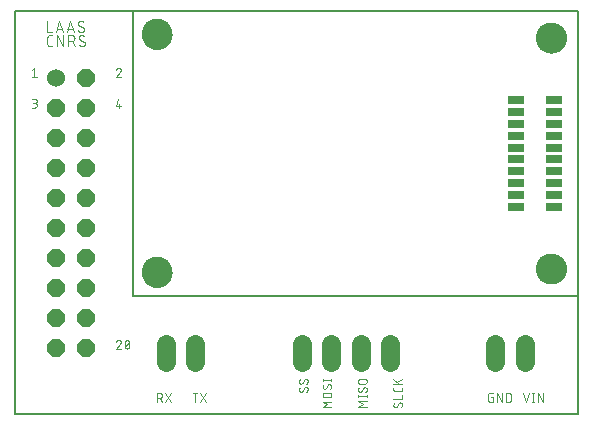
<source format=gts>
G75*
%MOIN*%
%OFA0B0*%
%FSLAX25Y25*%
%IPPOS*%
%LPD*%
%AMOC8*
5,1,8,0,0,1.08239X$1,22.5*
%
%ADD10C,0.00600*%
%ADD11C,0.00000*%
%ADD12C,0.10243*%
%ADD13C,0.00300*%
%ADD14C,0.06000*%
%ADD15OC8,0.06000*%
%ADD16R,0.05800X0.02800*%
%ADD17C,0.06400*%
D10*
X0001300Y0034623D02*
X0001300Y0168875D01*
X0189095Y0168875D01*
X0189095Y0034623D01*
X0001300Y0034623D01*
X0040670Y0073993D02*
X0040670Y0168875D01*
X0040670Y0073993D02*
X0189095Y0073993D01*
D11*
X0175119Y0083048D02*
X0175121Y0083188D01*
X0175127Y0083328D01*
X0175137Y0083467D01*
X0175151Y0083606D01*
X0175169Y0083745D01*
X0175190Y0083883D01*
X0175216Y0084021D01*
X0175246Y0084158D01*
X0175279Y0084293D01*
X0175317Y0084428D01*
X0175358Y0084562D01*
X0175403Y0084695D01*
X0175451Y0084826D01*
X0175504Y0084955D01*
X0175560Y0085084D01*
X0175619Y0085210D01*
X0175683Y0085335D01*
X0175749Y0085458D01*
X0175820Y0085579D01*
X0175893Y0085698D01*
X0175970Y0085815D01*
X0176051Y0085929D01*
X0176134Y0086041D01*
X0176221Y0086151D01*
X0176311Y0086259D01*
X0176403Y0086363D01*
X0176499Y0086465D01*
X0176598Y0086565D01*
X0176699Y0086661D01*
X0176803Y0086755D01*
X0176910Y0086845D01*
X0177019Y0086932D01*
X0177131Y0087017D01*
X0177245Y0087098D01*
X0177361Y0087176D01*
X0177479Y0087250D01*
X0177600Y0087321D01*
X0177722Y0087389D01*
X0177847Y0087453D01*
X0177973Y0087514D01*
X0178100Y0087571D01*
X0178230Y0087624D01*
X0178361Y0087674D01*
X0178493Y0087719D01*
X0178626Y0087762D01*
X0178761Y0087800D01*
X0178896Y0087834D01*
X0179033Y0087865D01*
X0179170Y0087892D01*
X0179308Y0087914D01*
X0179447Y0087933D01*
X0179586Y0087948D01*
X0179725Y0087959D01*
X0179865Y0087966D01*
X0180005Y0087969D01*
X0180145Y0087968D01*
X0180285Y0087963D01*
X0180424Y0087954D01*
X0180564Y0087941D01*
X0180703Y0087924D01*
X0180841Y0087903D01*
X0180979Y0087879D01*
X0181116Y0087850D01*
X0181252Y0087818D01*
X0181387Y0087781D01*
X0181521Y0087741D01*
X0181654Y0087697D01*
X0181785Y0087649D01*
X0181915Y0087598D01*
X0182044Y0087543D01*
X0182171Y0087484D01*
X0182296Y0087421D01*
X0182419Y0087356D01*
X0182541Y0087286D01*
X0182660Y0087213D01*
X0182778Y0087137D01*
X0182893Y0087058D01*
X0183006Y0086975D01*
X0183116Y0086889D01*
X0183224Y0086800D01*
X0183329Y0086708D01*
X0183432Y0086613D01*
X0183532Y0086515D01*
X0183629Y0086415D01*
X0183723Y0086311D01*
X0183815Y0086205D01*
X0183903Y0086097D01*
X0183988Y0085986D01*
X0184070Y0085872D01*
X0184149Y0085756D01*
X0184224Y0085639D01*
X0184296Y0085519D01*
X0184364Y0085397D01*
X0184429Y0085273D01*
X0184491Y0085147D01*
X0184549Y0085020D01*
X0184603Y0084891D01*
X0184654Y0084760D01*
X0184700Y0084628D01*
X0184743Y0084495D01*
X0184783Y0084361D01*
X0184818Y0084226D01*
X0184850Y0084089D01*
X0184877Y0083952D01*
X0184901Y0083814D01*
X0184921Y0083676D01*
X0184937Y0083537D01*
X0184949Y0083397D01*
X0184957Y0083258D01*
X0184961Y0083118D01*
X0184961Y0082978D01*
X0184957Y0082838D01*
X0184949Y0082699D01*
X0184937Y0082559D01*
X0184921Y0082420D01*
X0184901Y0082282D01*
X0184877Y0082144D01*
X0184850Y0082007D01*
X0184818Y0081870D01*
X0184783Y0081735D01*
X0184743Y0081601D01*
X0184700Y0081468D01*
X0184654Y0081336D01*
X0184603Y0081205D01*
X0184549Y0081076D01*
X0184491Y0080949D01*
X0184429Y0080823D01*
X0184364Y0080699D01*
X0184296Y0080577D01*
X0184224Y0080457D01*
X0184149Y0080340D01*
X0184070Y0080224D01*
X0183988Y0080110D01*
X0183903Y0079999D01*
X0183815Y0079891D01*
X0183723Y0079785D01*
X0183629Y0079681D01*
X0183532Y0079581D01*
X0183432Y0079483D01*
X0183329Y0079388D01*
X0183224Y0079296D01*
X0183116Y0079207D01*
X0183006Y0079121D01*
X0182893Y0079038D01*
X0182778Y0078959D01*
X0182660Y0078883D01*
X0182541Y0078810D01*
X0182419Y0078740D01*
X0182296Y0078675D01*
X0182171Y0078612D01*
X0182044Y0078553D01*
X0181915Y0078498D01*
X0181785Y0078447D01*
X0181654Y0078399D01*
X0181521Y0078355D01*
X0181387Y0078315D01*
X0181252Y0078278D01*
X0181116Y0078246D01*
X0180979Y0078217D01*
X0180841Y0078193D01*
X0180703Y0078172D01*
X0180564Y0078155D01*
X0180424Y0078142D01*
X0180285Y0078133D01*
X0180145Y0078128D01*
X0180005Y0078127D01*
X0179865Y0078130D01*
X0179725Y0078137D01*
X0179586Y0078148D01*
X0179447Y0078163D01*
X0179308Y0078182D01*
X0179170Y0078204D01*
X0179033Y0078231D01*
X0178896Y0078262D01*
X0178761Y0078296D01*
X0178626Y0078334D01*
X0178493Y0078377D01*
X0178361Y0078422D01*
X0178230Y0078472D01*
X0178100Y0078525D01*
X0177973Y0078582D01*
X0177847Y0078643D01*
X0177722Y0078707D01*
X0177600Y0078775D01*
X0177479Y0078846D01*
X0177361Y0078920D01*
X0177245Y0078998D01*
X0177131Y0079079D01*
X0177019Y0079164D01*
X0176910Y0079251D01*
X0176803Y0079341D01*
X0176699Y0079435D01*
X0176598Y0079531D01*
X0176499Y0079631D01*
X0176403Y0079733D01*
X0176311Y0079837D01*
X0176221Y0079945D01*
X0176134Y0080055D01*
X0176051Y0080167D01*
X0175970Y0080281D01*
X0175893Y0080398D01*
X0175820Y0080517D01*
X0175749Y0080638D01*
X0175683Y0080761D01*
X0175619Y0080886D01*
X0175560Y0081012D01*
X0175504Y0081141D01*
X0175451Y0081270D01*
X0175403Y0081401D01*
X0175358Y0081534D01*
X0175317Y0081668D01*
X0175279Y0081803D01*
X0175246Y0081938D01*
X0175216Y0082075D01*
X0175190Y0082213D01*
X0175169Y0082351D01*
X0175151Y0082490D01*
X0175137Y0082629D01*
X0175127Y0082768D01*
X0175121Y0082908D01*
X0175119Y0083048D01*
X0175119Y0160017D02*
X0175121Y0160157D01*
X0175127Y0160297D01*
X0175137Y0160436D01*
X0175151Y0160575D01*
X0175169Y0160714D01*
X0175190Y0160852D01*
X0175216Y0160990D01*
X0175246Y0161127D01*
X0175279Y0161262D01*
X0175317Y0161397D01*
X0175358Y0161531D01*
X0175403Y0161664D01*
X0175451Y0161795D01*
X0175504Y0161924D01*
X0175560Y0162053D01*
X0175619Y0162179D01*
X0175683Y0162304D01*
X0175749Y0162427D01*
X0175820Y0162548D01*
X0175893Y0162667D01*
X0175970Y0162784D01*
X0176051Y0162898D01*
X0176134Y0163010D01*
X0176221Y0163120D01*
X0176311Y0163228D01*
X0176403Y0163332D01*
X0176499Y0163434D01*
X0176598Y0163534D01*
X0176699Y0163630D01*
X0176803Y0163724D01*
X0176910Y0163814D01*
X0177019Y0163901D01*
X0177131Y0163986D01*
X0177245Y0164067D01*
X0177361Y0164145D01*
X0177479Y0164219D01*
X0177600Y0164290D01*
X0177722Y0164358D01*
X0177847Y0164422D01*
X0177973Y0164483D01*
X0178100Y0164540D01*
X0178230Y0164593D01*
X0178361Y0164643D01*
X0178493Y0164688D01*
X0178626Y0164731D01*
X0178761Y0164769D01*
X0178896Y0164803D01*
X0179033Y0164834D01*
X0179170Y0164861D01*
X0179308Y0164883D01*
X0179447Y0164902D01*
X0179586Y0164917D01*
X0179725Y0164928D01*
X0179865Y0164935D01*
X0180005Y0164938D01*
X0180145Y0164937D01*
X0180285Y0164932D01*
X0180424Y0164923D01*
X0180564Y0164910D01*
X0180703Y0164893D01*
X0180841Y0164872D01*
X0180979Y0164848D01*
X0181116Y0164819D01*
X0181252Y0164787D01*
X0181387Y0164750D01*
X0181521Y0164710D01*
X0181654Y0164666D01*
X0181785Y0164618D01*
X0181915Y0164567D01*
X0182044Y0164512D01*
X0182171Y0164453D01*
X0182296Y0164390D01*
X0182419Y0164325D01*
X0182541Y0164255D01*
X0182660Y0164182D01*
X0182778Y0164106D01*
X0182893Y0164027D01*
X0183006Y0163944D01*
X0183116Y0163858D01*
X0183224Y0163769D01*
X0183329Y0163677D01*
X0183432Y0163582D01*
X0183532Y0163484D01*
X0183629Y0163384D01*
X0183723Y0163280D01*
X0183815Y0163174D01*
X0183903Y0163066D01*
X0183988Y0162955D01*
X0184070Y0162841D01*
X0184149Y0162725D01*
X0184224Y0162608D01*
X0184296Y0162488D01*
X0184364Y0162366D01*
X0184429Y0162242D01*
X0184491Y0162116D01*
X0184549Y0161989D01*
X0184603Y0161860D01*
X0184654Y0161729D01*
X0184700Y0161597D01*
X0184743Y0161464D01*
X0184783Y0161330D01*
X0184818Y0161195D01*
X0184850Y0161058D01*
X0184877Y0160921D01*
X0184901Y0160783D01*
X0184921Y0160645D01*
X0184937Y0160506D01*
X0184949Y0160366D01*
X0184957Y0160227D01*
X0184961Y0160087D01*
X0184961Y0159947D01*
X0184957Y0159807D01*
X0184949Y0159668D01*
X0184937Y0159528D01*
X0184921Y0159389D01*
X0184901Y0159251D01*
X0184877Y0159113D01*
X0184850Y0158976D01*
X0184818Y0158839D01*
X0184783Y0158704D01*
X0184743Y0158570D01*
X0184700Y0158437D01*
X0184654Y0158305D01*
X0184603Y0158174D01*
X0184549Y0158045D01*
X0184491Y0157918D01*
X0184429Y0157792D01*
X0184364Y0157668D01*
X0184296Y0157546D01*
X0184224Y0157426D01*
X0184149Y0157309D01*
X0184070Y0157193D01*
X0183988Y0157079D01*
X0183903Y0156968D01*
X0183815Y0156860D01*
X0183723Y0156754D01*
X0183629Y0156650D01*
X0183532Y0156550D01*
X0183432Y0156452D01*
X0183329Y0156357D01*
X0183224Y0156265D01*
X0183116Y0156176D01*
X0183006Y0156090D01*
X0182893Y0156007D01*
X0182778Y0155928D01*
X0182660Y0155852D01*
X0182541Y0155779D01*
X0182419Y0155709D01*
X0182296Y0155644D01*
X0182171Y0155581D01*
X0182044Y0155522D01*
X0181915Y0155467D01*
X0181785Y0155416D01*
X0181654Y0155368D01*
X0181521Y0155324D01*
X0181387Y0155284D01*
X0181252Y0155247D01*
X0181116Y0155215D01*
X0180979Y0155186D01*
X0180841Y0155162D01*
X0180703Y0155141D01*
X0180564Y0155124D01*
X0180424Y0155111D01*
X0180285Y0155102D01*
X0180145Y0155097D01*
X0180005Y0155096D01*
X0179865Y0155099D01*
X0179725Y0155106D01*
X0179586Y0155117D01*
X0179447Y0155132D01*
X0179308Y0155151D01*
X0179170Y0155173D01*
X0179033Y0155200D01*
X0178896Y0155231D01*
X0178761Y0155265D01*
X0178626Y0155303D01*
X0178493Y0155346D01*
X0178361Y0155391D01*
X0178230Y0155441D01*
X0178100Y0155494D01*
X0177973Y0155551D01*
X0177847Y0155612D01*
X0177722Y0155676D01*
X0177600Y0155744D01*
X0177479Y0155815D01*
X0177361Y0155889D01*
X0177245Y0155967D01*
X0177131Y0156048D01*
X0177019Y0156133D01*
X0176910Y0156220D01*
X0176803Y0156310D01*
X0176699Y0156404D01*
X0176598Y0156500D01*
X0176499Y0156600D01*
X0176403Y0156702D01*
X0176311Y0156806D01*
X0176221Y0156914D01*
X0176134Y0157024D01*
X0176051Y0157136D01*
X0175970Y0157250D01*
X0175893Y0157367D01*
X0175820Y0157486D01*
X0175749Y0157607D01*
X0175683Y0157730D01*
X0175619Y0157855D01*
X0175560Y0157981D01*
X0175504Y0158110D01*
X0175451Y0158239D01*
X0175403Y0158370D01*
X0175358Y0158503D01*
X0175317Y0158637D01*
X0175279Y0158772D01*
X0175246Y0158907D01*
X0175216Y0159044D01*
X0175190Y0159182D01*
X0175169Y0159320D01*
X0175151Y0159459D01*
X0175137Y0159598D01*
X0175127Y0159737D01*
X0175121Y0159877D01*
X0175119Y0160017D01*
X0043623Y0161198D02*
X0043625Y0161338D01*
X0043631Y0161478D01*
X0043641Y0161617D01*
X0043655Y0161756D01*
X0043673Y0161895D01*
X0043694Y0162033D01*
X0043720Y0162171D01*
X0043750Y0162308D01*
X0043783Y0162443D01*
X0043821Y0162578D01*
X0043862Y0162712D01*
X0043907Y0162845D01*
X0043955Y0162976D01*
X0044008Y0163105D01*
X0044064Y0163234D01*
X0044123Y0163360D01*
X0044187Y0163485D01*
X0044253Y0163608D01*
X0044324Y0163729D01*
X0044397Y0163848D01*
X0044474Y0163965D01*
X0044555Y0164079D01*
X0044638Y0164191D01*
X0044725Y0164301D01*
X0044815Y0164409D01*
X0044907Y0164513D01*
X0045003Y0164615D01*
X0045102Y0164715D01*
X0045203Y0164811D01*
X0045307Y0164905D01*
X0045414Y0164995D01*
X0045523Y0165082D01*
X0045635Y0165167D01*
X0045749Y0165248D01*
X0045865Y0165326D01*
X0045983Y0165400D01*
X0046104Y0165471D01*
X0046226Y0165539D01*
X0046351Y0165603D01*
X0046477Y0165664D01*
X0046604Y0165721D01*
X0046734Y0165774D01*
X0046865Y0165824D01*
X0046997Y0165869D01*
X0047130Y0165912D01*
X0047265Y0165950D01*
X0047400Y0165984D01*
X0047537Y0166015D01*
X0047674Y0166042D01*
X0047812Y0166064D01*
X0047951Y0166083D01*
X0048090Y0166098D01*
X0048229Y0166109D01*
X0048369Y0166116D01*
X0048509Y0166119D01*
X0048649Y0166118D01*
X0048789Y0166113D01*
X0048928Y0166104D01*
X0049068Y0166091D01*
X0049207Y0166074D01*
X0049345Y0166053D01*
X0049483Y0166029D01*
X0049620Y0166000D01*
X0049756Y0165968D01*
X0049891Y0165931D01*
X0050025Y0165891D01*
X0050158Y0165847D01*
X0050289Y0165799D01*
X0050419Y0165748D01*
X0050548Y0165693D01*
X0050675Y0165634D01*
X0050800Y0165571D01*
X0050923Y0165506D01*
X0051045Y0165436D01*
X0051164Y0165363D01*
X0051282Y0165287D01*
X0051397Y0165208D01*
X0051510Y0165125D01*
X0051620Y0165039D01*
X0051728Y0164950D01*
X0051833Y0164858D01*
X0051936Y0164763D01*
X0052036Y0164665D01*
X0052133Y0164565D01*
X0052227Y0164461D01*
X0052319Y0164355D01*
X0052407Y0164247D01*
X0052492Y0164136D01*
X0052574Y0164022D01*
X0052653Y0163906D01*
X0052728Y0163789D01*
X0052800Y0163669D01*
X0052868Y0163547D01*
X0052933Y0163423D01*
X0052995Y0163297D01*
X0053053Y0163170D01*
X0053107Y0163041D01*
X0053158Y0162910D01*
X0053204Y0162778D01*
X0053247Y0162645D01*
X0053287Y0162511D01*
X0053322Y0162376D01*
X0053354Y0162239D01*
X0053381Y0162102D01*
X0053405Y0161964D01*
X0053425Y0161826D01*
X0053441Y0161687D01*
X0053453Y0161547D01*
X0053461Y0161408D01*
X0053465Y0161268D01*
X0053465Y0161128D01*
X0053461Y0160988D01*
X0053453Y0160849D01*
X0053441Y0160709D01*
X0053425Y0160570D01*
X0053405Y0160432D01*
X0053381Y0160294D01*
X0053354Y0160157D01*
X0053322Y0160020D01*
X0053287Y0159885D01*
X0053247Y0159751D01*
X0053204Y0159618D01*
X0053158Y0159486D01*
X0053107Y0159355D01*
X0053053Y0159226D01*
X0052995Y0159099D01*
X0052933Y0158973D01*
X0052868Y0158849D01*
X0052800Y0158727D01*
X0052728Y0158607D01*
X0052653Y0158490D01*
X0052574Y0158374D01*
X0052492Y0158260D01*
X0052407Y0158149D01*
X0052319Y0158041D01*
X0052227Y0157935D01*
X0052133Y0157831D01*
X0052036Y0157731D01*
X0051936Y0157633D01*
X0051833Y0157538D01*
X0051728Y0157446D01*
X0051620Y0157357D01*
X0051510Y0157271D01*
X0051397Y0157188D01*
X0051282Y0157109D01*
X0051164Y0157033D01*
X0051045Y0156960D01*
X0050923Y0156890D01*
X0050800Y0156825D01*
X0050675Y0156762D01*
X0050548Y0156703D01*
X0050419Y0156648D01*
X0050289Y0156597D01*
X0050158Y0156549D01*
X0050025Y0156505D01*
X0049891Y0156465D01*
X0049756Y0156428D01*
X0049620Y0156396D01*
X0049483Y0156367D01*
X0049345Y0156343D01*
X0049207Y0156322D01*
X0049068Y0156305D01*
X0048928Y0156292D01*
X0048789Y0156283D01*
X0048649Y0156278D01*
X0048509Y0156277D01*
X0048369Y0156280D01*
X0048229Y0156287D01*
X0048090Y0156298D01*
X0047951Y0156313D01*
X0047812Y0156332D01*
X0047674Y0156354D01*
X0047537Y0156381D01*
X0047400Y0156412D01*
X0047265Y0156446D01*
X0047130Y0156484D01*
X0046997Y0156527D01*
X0046865Y0156572D01*
X0046734Y0156622D01*
X0046604Y0156675D01*
X0046477Y0156732D01*
X0046351Y0156793D01*
X0046226Y0156857D01*
X0046104Y0156925D01*
X0045983Y0156996D01*
X0045865Y0157070D01*
X0045749Y0157148D01*
X0045635Y0157229D01*
X0045523Y0157314D01*
X0045414Y0157401D01*
X0045307Y0157491D01*
X0045203Y0157585D01*
X0045102Y0157681D01*
X0045003Y0157781D01*
X0044907Y0157883D01*
X0044815Y0157987D01*
X0044725Y0158095D01*
X0044638Y0158205D01*
X0044555Y0158317D01*
X0044474Y0158431D01*
X0044397Y0158548D01*
X0044324Y0158667D01*
X0044253Y0158788D01*
X0044187Y0158911D01*
X0044123Y0159036D01*
X0044064Y0159162D01*
X0044008Y0159291D01*
X0043955Y0159420D01*
X0043907Y0159551D01*
X0043862Y0159684D01*
X0043821Y0159818D01*
X0043783Y0159953D01*
X0043750Y0160088D01*
X0043720Y0160225D01*
X0043694Y0160363D01*
X0043673Y0160501D01*
X0043655Y0160640D01*
X0043641Y0160779D01*
X0043631Y0160918D01*
X0043625Y0161058D01*
X0043623Y0161198D01*
X0043623Y0081867D02*
X0043625Y0082007D01*
X0043631Y0082147D01*
X0043641Y0082286D01*
X0043655Y0082425D01*
X0043673Y0082564D01*
X0043694Y0082702D01*
X0043720Y0082840D01*
X0043750Y0082977D01*
X0043783Y0083112D01*
X0043821Y0083247D01*
X0043862Y0083381D01*
X0043907Y0083514D01*
X0043955Y0083645D01*
X0044008Y0083774D01*
X0044064Y0083903D01*
X0044123Y0084029D01*
X0044187Y0084154D01*
X0044253Y0084277D01*
X0044324Y0084398D01*
X0044397Y0084517D01*
X0044474Y0084634D01*
X0044555Y0084748D01*
X0044638Y0084860D01*
X0044725Y0084970D01*
X0044815Y0085078D01*
X0044907Y0085182D01*
X0045003Y0085284D01*
X0045102Y0085384D01*
X0045203Y0085480D01*
X0045307Y0085574D01*
X0045414Y0085664D01*
X0045523Y0085751D01*
X0045635Y0085836D01*
X0045749Y0085917D01*
X0045865Y0085995D01*
X0045983Y0086069D01*
X0046104Y0086140D01*
X0046226Y0086208D01*
X0046351Y0086272D01*
X0046477Y0086333D01*
X0046604Y0086390D01*
X0046734Y0086443D01*
X0046865Y0086493D01*
X0046997Y0086538D01*
X0047130Y0086581D01*
X0047265Y0086619D01*
X0047400Y0086653D01*
X0047537Y0086684D01*
X0047674Y0086711D01*
X0047812Y0086733D01*
X0047951Y0086752D01*
X0048090Y0086767D01*
X0048229Y0086778D01*
X0048369Y0086785D01*
X0048509Y0086788D01*
X0048649Y0086787D01*
X0048789Y0086782D01*
X0048928Y0086773D01*
X0049068Y0086760D01*
X0049207Y0086743D01*
X0049345Y0086722D01*
X0049483Y0086698D01*
X0049620Y0086669D01*
X0049756Y0086637D01*
X0049891Y0086600D01*
X0050025Y0086560D01*
X0050158Y0086516D01*
X0050289Y0086468D01*
X0050419Y0086417D01*
X0050548Y0086362D01*
X0050675Y0086303D01*
X0050800Y0086240D01*
X0050923Y0086175D01*
X0051045Y0086105D01*
X0051164Y0086032D01*
X0051282Y0085956D01*
X0051397Y0085877D01*
X0051510Y0085794D01*
X0051620Y0085708D01*
X0051728Y0085619D01*
X0051833Y0085527D01*
X0051936Y0085432D01*
X0052036Y0085334D01*
X0052133Y0085234D01*
X0052227Y0085130D01*
X0052319Y0085024D01*
X0052407Y0084916D01*
X0052492Y0084805D01*
X0052574Y0084691D01*
X0052653Y0084575D01*
X0052728Y0084458D01*
X0052800Y0084338D01*
X0052868Y0084216D01*
X0052933Y0084092D01*
X0052995Y0083966D01*
X0053053Y0083839D01*
X0053107Y0083710D01*
X0053158Y0083579D01*
X0053204Y0083447D01*
X0053247Y0083314D01*
X0053287Y0083180D01*
X0053322Y0083045D01*
X0053354Y0082908D01*
X0053381Y0082771D01*
X0053405Y0082633D01*
X0053425Y0082495D01*
X0053441Y0082356D01*
X0053453Y0082216D01*
X0053461Y0082077D01*
X0053465Y0081937D01*
X0053465Y0081797D01*
X0053461Y0081657D01*
X0053453Y0081518D01*
X0053441Y0081378D01*
X0053425Y0081239D01*
X0053405Y0081101D01*
X0053381Y0080963D01*
X0053354Y0080826D01*
X0053322Y0080689D01*
X0053287Y0080554D01*
X0053247Y0080420D01*
X0053204Y0080287D01*
X0053158Y0080155D01*
X0053107Y0080024D01*
X0053053Y0079895D01*
X0052995Y0079768D01*
X0052933Y0079642D01*
X0052868Y0079518D01*
X0052800Y0079396D01*
X0052728Y0079276D01*
X0052653Y0079159D01*
X0052574Y0079043D01*
X0052492Y0078929D01*
X0052407Y0078818D01*
X0052319Y0078710D01*
X0052227Y0078604D01*
X0052133Y0078500D01*
X0052036Y0078400D01*
X0051936Y0078302D01*
X0051833Y0078207D01*
X0051728Y0078115D01*
X0051620Y0078026D01*
X0051510Y0077940D01*
X0051397Y0077857D01*
X0051282Y0077778D01*
X0051164Y0077702D01*
X0051045Y0077629D01*
X0050923Y0077559D01*
X0050800Y0077494D01*
X0050675Y0077431D01*
X0050548Y0077372D01*
X0050419Y0077317D01*
X0050289Y0077266D01*
X0050158Y0077218D01*
X0050025Y0077174D01*
X0049891Y0077134D01*
X0049756Y0077097D01*
X0049620Y0077065D01*
X0049483Y0077036D01*
X0049345Y0077012D01*
X0049207Y0076991D01*
X0049068Y0076974D01*
X0048928Y0076961D01*
X0048789Y0076952D01*
X0048649Y0076947D01*
X0048509Y0076946D01*
X0048369Y0076949D01*
X0048229Y0076956D01*
X0048090Y0076967D01*
X0047951Y0076982D01*
X0047812Y0077001D01*
X0047674Y0077023D01*
X0047537Y0077050D01*
X0047400Y0077081D01*
X0047265Y0077115D01*
X0047130Y0077153D01*
X0046997Y0077196D01*
X0046865Y0077241D01*
X0046734Y0077291D01*
X0046604Y0077344D01*
X0046477Y0077401D01*
X0046351Y0077462D01*
X0046226Y0077526D01*
X0046104Y0077594D01*
X0045983Y0077665D01*
X0045865Y0077739D01*
X0045749Y0077817D01*
X0045635Y0077898D01*
X0045523Y0077983D01*
X0045414Y0078070D01*
X0045307Y0078160D01*
X0045203Y0078254D01*
X0045102Y0078350D01*
X0045003Y0078450D01*
X0044907Y0078552D01*
X0044815Y0078656D01*
X0044725Y0078764D01*
X0044638Y0078874D01*
X0044555Y0078986D01*
X0044474Y0079100D01*
X0044397Y0079217D01*
X0044324Y0079336D01*
X0044253Y0079457D01*
X0044187Y0079580D01*
X0044123Y0079705D01*
X0044064Y0079831D01*
X0044008Y0079960D01*
X0043955Y0080089D01*
X0043907Y0080220D01*
X0043862Y0080353D01*
X0043821Y0080487D01*
X0043783Y0080622D01*
X0043750Y0080757D01*
X0043720Y0080894D01*
X0043694Y0081032D01*
X0043673Y0081170D01*
X0043655Y0081309D01*
X0043641Y0081448D01*
X0043631Y0081587D01*
X0043625Y0081727D01*
X0043623Y0081867D01*
D12*
X0048544Y0081867D03*
X0048544Y0161198D03*
X0180040Y0160017D03*
X0180040Y0083048D03*
D13*
X0177218Y0041610D02*
X0177218Y0038710D01*
X0175606Y0041610D01*
X0175606Y0038710D01*
X0174334Y0038710D02*
X0173690Y0038710D01*
X0174012Y0038710D02*
X0174012Y0041610D01*
X0173690Y0041610D02*
X0174334Y0041610D01*
X0172675Y0041610D02*
X0171708Y0038710D01*
X0170741Y0041610D01*
X0166685Y0040804D02*
X0166685Y0039515D01*
X0166686Y0039515D02*
X0166684Y0039460D01*
X0166678Y0039405D01*
X0166669Y0039351D01*
X0166656Y0039298D01*
X0166639Y0039245D01*
X0166619Y0039194D01*
X0166596Y0039144D01*
X0166569Y0039096D01*
X0166538Y0039050D01*
X0166505Y0039006D01*
X0166469Y0038965D01*
X0166430Y0038926D01*
X0166389Y0038890D01*
X0166345Y0038857D01*
X0166299Y0038826D01*
X0166251Y0038799D01*
X0166201Y0038776D01*
X0166150Y0038756D01*
X0166097Y0038739D01*
X0166044Y0038726D01*
X0165990Y0038717D01*
X0165935Y0038711D01*
X0165880Y0038709D01*
X0165880Y0038710D02*
X0165074Y0038710D01*
X0165074Y0041610D01*
X0165880Y0041610D01*
X0165935Y0041608D01*
X0165990Y0041602D01*
X0166044Y0041593D01*
X0166097Y0041580D01*
X0166150Y0041563D01*
X0166201Y0041543D01*
X0166251Y0041520D01*
X0166299Y0041493D01*
X0166345Y0041462D01*
X0166389Y0041429D01*
X0166430Y0041393D01*
X0166469Y0041354D01*
X0166505Y0041313D01*
X0166538Y0041269D01*
X0166569Y0041223D01*
X0166596Y0041175D01*
X0166619Y0041125D01*
X0166639Y0041074D01*
X0166656Y0041021D01*
X0166669Y0040968D01*
X0166678Y0040914D01*
X0166684Y0040859D01*
X0166686Y0040804D01*
X0163613Y0041610D02*
X0163613Y0038710D01*
X0162002Y0041610D01*
X0162002Y0038710D01*
X0160541Y0038710D02*
X0160541Y0040321D01*
X0160058Y0040321D01*
X0158931Y0040965D02*
X0158933Y0041016D01*
X0158939Y0041066D01*
X0158949Y0041115D01*
X0158963Y0041164D01*
X0158980Y0041211D01*
X0159001Y0041257D01*
X0159026Y0041301D01*
X0159054Y0041344D01*
X0159085Y0041383D01*
X0159120Y0041420D01*
X0159157Y0041455D01*
X0159196Y0041486D01*
X0159239Y0041514D01*
X0159283Y0041539D01*
X0159329Y0041560D01*
X0159376Y0041577D01*
X0159425Y0041591D01*
X0159474Y0041601D01*
X0159524Y0041607D01*
X0159575Y0041609D01*
X0159575Y0041610D02*
X0160541Y0041610D01*
X0158930Y0040965D02*
X0158930Y0039354D01*
X0158931Y0039354D02*
X0158933Y0039306D01*
X0158938Y0039258D01*
X0158947Y0039211D01*
X0158960Y0039164D01*
X0158976Y0039119D01*
X0158995Y0039075D01*
X0159017Y0039032D01*
X0159043Y0038991D01*
X0159072Y0038952D01*
X0159103Y0038916D01*
X0159137Y0038882D01*
X0159173Y0038851D01*
X0159212Y0038822D01*
X0159253Y0038796D01*
X0159296Y0038774D01*
X0159340Y0038755D01*
X0159385Y0038739D01*
X0159432Y0038726D01*
X0159479Y0038717D01*
X0159527Y0038712D01*
X0159575Y0038710D01*
X0160541Y0038710D01*
X0130334Y0039737D02*
X0130334Y0041026D01*
X0129690Y0042121D02*
X0128079Y0042121D01*
X0128079Y0042122D02*
X0128028Y0042124D01*
X0127978Y0042130D01*
X0127929Y0042140D01*
X0127880Y0042154D01*
X0127833Y0042171D01*
X0127787Y0042192D01*
X0127743Y0042217D01*
X0127700Y0042245D01*
X0127661Y0042276D01*
X0127624Y0042311D01*
X0127589Y0042348D01*
X0127558Y0042387D01*
X0127530Y0042429D01*
X0127505Y0042474D01*
X0127484Y0042520D01*
X0127467Y0042567D01*
X0127453Y0042616D01*
X0127443Y0042665D01*
X0127437Y0042715D01*
X0127435Y0042766D01*
X0127434Y0042766D02*
X0127434Y0043410D01*
X0127434Y0044673D02*
X0130334Y0044673D01*
X0129206Y0044673D02*
X0127434Y0046284D01*
X0128562Y0045317D02*
X0130334Y0046284D01*
X0130334Y0043410D02*
X0130334Y0042766D01*
X0130332Y0042718D01*
X0130327Y0042670D01*
X0130318Y0042623D01*
X0130305Y0042576D01*
X0130289Y0042531D01*
X0130270Y0042487D01*
X0130248Y0042444D01*
X0130222Y0042403D01*
X0130193Y0042364D01*
X0130162Y0042328D01*
X0130128Y0042294D01*
X0130092Y0042263D01*
X0130053Y0042234D01*
X0130012Y0042208D01*
X0129969Y0042186D01*
X0129925Y0042167D01*
X0129880Y0042151D01*
X0129833Y0042138D01*
X0129786Y0042129D01*
X0129738Y0042124D01*
X0129690Y0042122D01*
X0130334Y0039737D02*
X0127434Y0039737D01*
X0128643Y0037252D02*
X0128617Y0037212D01*
X0128588Y0037173D01*
X0128556Y0037136D01*
X0128521Y0037102D01*
X0128484Y0037071D01*
X0128445Y0037042D01*
X0128404Y0037016D01*
X0128361Y0036994D01*
X0128316Y0036975D01*
X0128270Y0036959D01*
X0128224Y0036946D01*
X0128176Y0036937D01*
X0128128Y0036932D01*
X0128079Y0036930D01*
X0128079Y0036931D02*
X0128031Y0036933D01*
X0127983Y0036938D01*
X0127936Y0036947D01*
X0127889Y0036960D01*
X0127844Y0036976D01*
X0127800Y0036995D01*
X0127757Y0037017D01*
X0127716Y0037043D01*
X0127677Y0037072D01*
X0127641Y0037103D01*
X0127607Y0037137D01*
X0127576Y0037173D01*
X0127547Y0037212D01*
X0127521Y0037253D01*
X0127499Y0037296D01*
X0127480Y0037340D01*
X0127464Y0037385D01*
X0127451Y0037432D01*
X0127442Y0037479D01*
X0127437Y0037527D01*
X0127435Y0037575D01*
X0127437Y0037640D01*
X0127442Y0037704D01*
X0127451Y0037769D01*
X0127463Y0037832D01*
X0127478Y0037895D01*
X0127497Y0037957D01*
X0127519Y0038018D01*
X0127544Y0038077D01*
X0127573Y0038136D01*
X0127605Y0038192D01*
X0127639Y0038247D01*
X0127677Y0038300D01*
X0129931Y0036851D02*
X0129981Y0036902D01*
X0130028Y0036957D01*
X0130071Y0037013D01*
X0130112Y0037072D01*
X0130150Y0037133D01*
X0130184Y0037196D01*
X0130215Y0037261D01*
X0130243Y0037327D01*
X0130267Y0037394D01*
X0130287Y0037463D01*
X0130304Y0037533D01*
X0130317Y0037603D01*
X0130326Y0037674D01*
X0130332Y0037745D01*
X0130334Y0037817D01*
X0130332Y0037865D01*
X0130327Y0037913D01*
X0130318Y0037960D01*
X0130305Y0038007D01*
X0130289Y0038052D01*
X0130270Y0038096D01*
X0130248Y0038139D01*
X0130222Y0038180D01*
X0130193Y0038219D01*
X0130162Y0038255D01*
X0130128Y0038289D01*
X0130092Y0038320D01*
X0130053Y0038349D01*
X0130012Y0038375D01*
X0129969Y0038397D01*
X0129925Y0038416D01*
X0129880Y0038432D01*
X0129833Y0038445D01*
X0129786Y0038454D01*
X0129738Y0038459D01*
X0129690Y0038461D01*
X0129126Y0038139D02*
X0128643Y0037253D01*
X0129126Y0038140D02*
X0129152Y0038180D01*
X0129181Y0038219D01*
X0129213Y0038256D01*
X0129248Y0038290D01*
X0129285Y0038321D01*
X0129324Y0038350D01*
X0129365Y0038376D01*
X0129408Y0038398D01*
X0129453Y0038417D01*
X0129499Y0038433D01*
X0129545Y0038446D01*
X0129593Y0038455D01*
X0129641Y0038460D01*
X0129690Y0038462D01*
X0118523Y0038861D02*
X0115623Y0038861D01*
X0117234Y0037894D01*
X0115623Y0036928D01*
X0118523Y0036928D01*
X0118523Y0040164D02*
X0118523Y0040809D01*
X0118523Y0040486D02*
X0115623Y0040486D01*
X0115623Y0040164D02*
X0115623Y0040809D01*
X0116832Y0042292D02*
X0117315Y0043178D01*
X0118523Y0042855D02*
X0118521Y0042783D01*
X0118515Y0042712D01*
X0118506Y0042641D01*
X0118493Y0042571D01*
X0118476Y0042501D01*
X0118456Y0042432D01*
X0118432Y0042365D01*
X0118404Y0042299D01*
X0118373Y0042234D01*
X0118339Y0042171D01*
X0118301Y0042110D01*
X0118260Y0042051D01*
X0118217Y0041995D01*
X0118170Y0041940D01*
X0118120Y0041889D01*
X0117315Y0043178D02*
X0117341Y0043218D01*
X0117370Y0043257D01*
X0117402Y0043294D01*
X0117437Y0043328D01*
X0117474Y0043359D01*
X0117513Y0043388D01*
X0117554Y0043414D01*
X0117597Y0043436D01*
X0117642Y0043455D01*
X0117688Y0043471D01*
X0117734Y0043484D01*
X0117782Y0043493D01*
X0117830Y0043498D01*
X0117879Y0043500D01*
X0117879Y0043499D02*
X0117927Y0043497D01*
X0117975Y0043492D01*
X0118022Y0043483D01*
X0118069Y0043470D01*
X0118114Y0043454D01*
X0118158Y0043435D01*
X0118201Y0043413D01*
X0118242Y0043387D01*
X0118281Y0043358D01*
X0118317Y0043327D01*
X0118351Y0043293D01*
X0118382Y0043257D01*
X0118411Y0043218D01*
X0118437Y0043177D01*
X0118459Y0043134D01*
X0118478Y0043090D01*
X0118494Y0043045D01*
X0118507Y0042998D01*
X0118516Y0042951D01*
X0118521Y0042903D01*
X0118523Y0042855D01*
X0115866Y0043339D02*
X0115828Y0043286D01*
X0115794Y0043231D01*
X0115762Y0043175D01*
X0115733Y0043116D01*
X0115708Y0043057D01*
X0115686Y0042996D01*
X0115667Y0042934D01*
X0115652Y0042871D01*
X0115640Y0042808D01*
X0115631Y0042743D01*
X0115626Y0042679D01*
X0115624Y0042614D01*
X0115626Y0042566D01*
X0115631Y0042518D01*
X0115640Y0042471D01*
X0115653Y0042424D01*
X0115669Y0042379D01*
X0115688Y0042335D01*
X0115710Y0042292D01*
X0115736Y0042251D01*
X0115765Y0042212D01*
X0115796Y0042176D01*
X0115830Y0042142D01*
X0115866Y0042111D01*
X0115905Y0042082D01*
X0115946Y0042056D01*
X0115989Y0042034D01*
X0116033Y0042015D01*
X0116078Y0041999D01*
X0116125Y0041986D01*
X0116172Y0041977D01*
X0116220Y0041972D01*
X0116268Y0041970D01*
X0116268Y0041969D02*
X0116317Y0041971D01*
X0116365Y0041976D01*
X0116413Y0041985D01*
X0116459Y0041998D01*
X0116505Y0042014D01*
X0116550Y0042033D01*
X0116593Y0042055D01*
X0116634Y0042081D01*
X0116673Y0042110D01*
X0116710Y0042141D01*
X0116745Y0042175D01*
X0116777Y0042212D01*
X0116806Y0042251D01*
X0116832Y0042291D01*
X0116429Y0044673D02*
X0117718Y0044673D01*
X0117718Y0044672D02*
X0117773Y0044674D01*
X0117828Y0044680D01*
X0117882Y0044689D01*
X0117935Y0044702D01*
X0117988Y0044719D01*
X0118039Y0044739D01*
X0118089Y0044762D01*
X0118137Y0044789D01*
X0118183Y0044820D01*
X0118227Y0044853D01*
X0118268Y0044889D01*
X0118307Y0044928D01*
X0118343Y0044969D01*
X0118376Y0045013D01*
X0118407Y0045059D01*
X0118434Y0045107D01*
X0118457Y0045157D01*
X0118477Y0045208D01*
X0118494Y0045261D01*
X0118507Y0045314D01*
X0118516Y0045368D01*
X0118522Y0045423D01*
X0118524Y0045478D01*
X0118522Y0045533D01*
X0118516Y0045588D01*
X0118507Y0045642D01*
X0118494Y0045695D01*
X0118477Y0045748D01*
X0118457Y0045799D01*
X0118434Y0045849D01*
X0118407Y0045897D01*
X0118376Y0045943D01*
X0118343Y0045987D01*
X0118307Y0046028D01*
X0118268Y0046067D01*
X0118227Y0046103D01*
X0118183Y0046136D01*
X0118137Y0046167D01*
X0118089Y0046194D01*
X0118039Y0046217D01*
X0117988Y0046237D01*
X0117935Y0046254D01*
X0117882Y0046267D01*
X0117828Y0046276D01*
X0117773Y0046282D01*
X0117718Y0046284D01*
X0116429Y0046284D01*
X0116374Y0046282D01*
X0116319Y0046276D01*
X0116265Y0046267D01*
X0116212Y0046254D01*
X0116159Y0046237D01*
X0116108Y0046217D01*
X0116058Y0046194D01*
X0116010Y0046167D01*
X0115964Y0046136D01*
X0115920Y0046103D01*
X0115879Y0046067D01*
X0115840Y0046028D01*
X0115804Y0045987D01*
X0115771Y0045943D01*
X0115740Y0045897D01*
X0115713Y0045849D01*
X0115690Y0045799D01*
X0115670Y0045748D01*
X0115653Y0045695D01*
X0115640Y0045642D01*
X0115631Y0045588D01*
X0115625Y0045533D01*
X0115623Y0045478D01*
X0115625Y0045423D01*
X0115631Y0045368D01*
X0115640Y0045314D01*
X0115653Y0045261D01*
X0115670Y0045208D01*
X0115690Y0045157D01*
X0115713Y0045107D01*
X0115740Y0045059D01*
X0115771Y0045013D01*
X0115804Y0044969D01*
X0115840Y0044928D01*
X0115879Y0044889D01*
X0115920Y0044853D01*
X0115964Y0044820D01*
X0116010Y0044789D01*
X0116058Y0044762D01*
X0116108Y0044739D01*
X0116159Y0044719D01*
X0116212Y0044702D01*
X0116265Y0044689D01*
X0116319Y0044680D01*
X0116374Y0044674D01*
X0116429Y0044672D01*
X0106712Y0045639D02*
X0106712Y0046284D01*
X0106712Y0045962D02*
X0103812Y0045962D01*
X0103812Y0046284D02*
X0103812Y0045639D01*
X0105021Y0043350D02*
X0104995Y0043310D01*
X0104966Y0043271D01*
X0104934Y0043234D01*
X0104899Y0043200D01*
X0104862Y0043169D01*
X0104823Y0043140D01*
X0104782Y0043114D01*
X0104739Y0043092D01*
X0104694Y0043073D01*
X0104648Y0043057D01*
X0104602Y0043044D01*
X0104554Y0043035D01*
X0104506Y0043030D01*
X0104457Y0043028D01*
X0104457Y0043029D02*
X0104409Y0043031D01*
X0104361Y0043036D01*
X0104314Y0043045D01*
X0104267Y0043058D01*
X0104222Y0043074D01*
X0104178Y0043093D01*
X0104135Y0043115D01*
X0104094Y0043141D01*
X0104055Y0043170D01*
X0104019Y0043201D01*
X0103985Y0043235D01*
X0103954Y0043271D01*
X0103925Y0043310D01*
X0103899Y0043351D01*
X0103877Y0043394D01*
X0103858Y0043438D01*
X0103842Y0043483D01*
X0103829Y0043530D01*
X0103820Y0043577D01*
X0103815Y0043625D01*
X0103813Y0043673D01*
X0103815Y0043738D01*
X0103820Y0043802D01*
X0103829Y0043867D01*
X0103841Y0043930D01*
X0103856Y0043993D01*
X0103875Y0044055D01*
X0103897Y0044116D01*
X0103922Y0044175D01*
X0103951Y0044234D01*
X0103983Y0044290D01*
X0104017Y0044345D01*
X0104055Y0044398D01*
X0106309Y0042949D02*
X0106359Y0043000D01*
X0106406Y0043055D01*
X0106449Y0043111D01*
X0106490Y0043170D01*
X0106528Y0043231D01*
X0106562Y0043294D01*
X0106593Y0043359D01*
X0106621Y0043425D01*
X0106645Y0043492D01*
X0106665Y0043561D01*
X0106682Y0043631D01*
X0106695Y0043701D01*
X0106704Y0043772D01*
X0106710Y0043843D01*
X0106712Y0043915D01*
X0106710Y0043963D01*
X0106705Y0044011D01*
X0106696Y0044058D01*
X0106683Y0044105D01*
X0106667Y0044150D01*
X0106648Y0044194D01*
X0106626Y0044237D01*
X0106600Y0044278D01*
X0106571Y0044317D01*
X0106540Y0044353D01*
X0106506Y0044387D01*
X0106470Y0044418D01*
X0106431Y0044447D01*
X0106390Y0044473D01*
X0106347Y0044495D01*
X0106303Y0044514D01*
X0106258Y0044530D01*
X0106211Y0044543D01*
X0106164Y0044552D01*
X0106116Y0044557D01*
X0106068Y0044559D01*
X0105504Y0044237D02*
X0105021Y0043351D01*
X0105504Y0044238D02*
X0105530Y0044278D01*
X0105559Y0044317D01*
X0105591Y0044354D01*
X0105626Y0044388D01*
X0105663Y0044419D01*
X0105702Y0044448D01*
X0105743Y0044474D01*
X0105786Y0044496D01*
X0105831Y0044515D01*
X0105877Y0044531D01*
X0105923Y0044544D01*
X0105971Y0044553D01*
X0106019Y0044558D01*
X0106068Y0044560D01*
X0105907Y0041775D02*
X0104618Y0041775D01*
X0104618Y0041776D02*
X0104563Y0041774D01*
X0104508Y0041768D01*
X0104454Y0041759D01*
X0104401Y0041746D01*
X0104348Y0041729D01*
X0104297Y0041709D01*
X0104247Y0041686D01*
X0104199Y0041659D01*
X0104153Y0041628D01*
X0104109Y0041595D01*
X0104068Y0041559D01*
X0104029Y0041520D01*
X0103993Y0041479D01*
X0103960Y0041435D01*
X0103929Y0041389D01*
X0103902Y0041341D01*
X0103879Y0041291D01*
X0103859Y0041240D01*
X0103842Y0041187D01*
X0103829Y0041134D01*
X0103820Y0041080D01*
X0103814Y0041025D01*
X0103812Y0040970D01*
X0103814Y0040915D01*
X0103820Y0040860D01*
X0103829Y0040806D01*
X0103842Y0040753D01*
X0103859Y0040700D01*
X0103879Y0040649D01*
X0103902Y0040599D01*
X0103929Y0040551D01*
X0103960Y0040505D01*
X0103993Y0040461D01*
X0104029Y0040420D01*
X0104068Y0040381D01*
X0104109Y0040345D01*
X0104153Y0040312D01*
X0104199Y0040281D01*
X0104247Y0040254D01*
X0104297Y0040231D01*
X0104348Y0040211D01*
X0104401Y0040194D01*
X0104454Y0040181D01*
X0104508Y0040172D01*
X0104563Y0040166D01*
X0104618Y0040164D01*
X0105907Y0040164D01*
X0105962Y0040166D01*
X0106017Y0040172D01*
X0106071Y0040181D01*
X0106124Y0040194D01*
X0106177Y0040211D01*
X0106228Y0040231D01*
X0106278Y0040254D01*
X0106326Y0040281D01*
X0106372Y0040312D01*
X0106416Y0040345D01*
X0106457Y0040381D01*
X0106496Y0040420D01*
X0106532Y0040461D01*
X0106565Y0040505D01*
X0106596Y0040551D01*
X0106623Y0040599D01*
X0106646Y0040649D01*
X0106666Y0040700D01*
X0106683Y0040753D01*
X0106696Y0040806D01*
X0106705Y0040860D01*
X0106711Y0040915D01*
X0106713Y0040970D01*
X0106711Y0041025D01*
X0106705Y0041080D01*
X0106696Y0041134D01*
X0106683Y0041187D01*
X0106666Y0041240D01*
X0106646Y0041291D01*
X0106623Y0041341D01*
X0106596Y0041389D01*
X0106565Y0041435D01*
X0106532Y0041479D01*
X0106496Y0041520D01*
X0106457Y0041559D01*
X0106416Y0041595D01*
X0106372Y0041628D01*
X0106326Y0041659D01*
X0106278Y0041686D01*
X0106228Y0041709D01*
X0106177Y0041729D01*
X0106124Y0041746D01*
X0106071Y0041759D01*
X0106017Y0041768D01*
X0105962Y0041774D01*
X0105907Y0041776D01*
X0106712Y0038768D02*
X0103812Y0038768D01*
X0105423Y0037802D01*
X0103812Y0036835D01*
X0106712Y0036835D01*
X0098194Y0043596D02*
X0098145Y0043594D01*
X0098097Y0043589D01*
X0098049Y0043580D01*
X0098003Y0043567D01*
X0097957Y0043551D01*
X0097912Y0043532D01*
X0097869Y0043510D01*
X0097828Y0043484D01*
X0097789Y0043455D01*
X0097752Y0043424D01*
X0097717Y0043390D01*
X0097685Y0043353D01*
X0097656Y0043314D01*
X0097630Y0043274D01*
X0097147Y0042388D01*
X0095939Y0042710D02*
X0095941Y0042775D01*
X0095946Y0042839D01*
X0095955Y0042904D01*
X0095967Y0042967D01*
X0095982Y0043030D01*
X0096001Y0043092D01*
X0096023Y0043153D01*
X0096048Y0043212D01*
X0096077Y0043271D01*
X0096109Y0043327D01*
X0096143Y0043382D01*
X0096181Y0043435D01*
X0097147Y0042387D02*
X0097121Y0042347D01*
X0097092Y0042308D01*
X0097060Y0042271D01*
X0097025Y0042237D01*
X0096988Y0042206D01*
X0096949Y0042177D01*
X0096908Y0042151D01*
X0096865Y0042129D01*
X0096820Y0042110D01*
X0096774Y0042094D01*
X0096728Y0042081D01*
X0096680Y0042072D01*
X0096632Y0042067D01*
X0096583Y0042065D01*
X0096583Y0042066D02*
X0096535Y0042068D01*
X0096487Y0042073D01*
X0096440Y0042082D01*
X0096393Y0042095D01*
X0096348Y0042111D01*
X0096304Y0042130D01*
X0096261Y0042152D01*
X0096220Y0042178D01*
X0096181Y0042207D01*
X0096145Y0042238D01*
X0096111Y0042272D01*
X0096080Y0042308D01*
X0096051Y0042347D01*
X0096025Y0042388D01*
X0096003Y0042431D01*
X0095984Y0042475D01*
X0095968Y0042520D01*
X0095955Y0042567D01*
X0095946Y0042614D01*
X0095941Y0042662D01*
X0095939Y0042710D01*
X0098435Y0041985D02*
X0098485Y0042036D01*
X0098532Y0042091D01*
X0098575Y0042147D01*
X0098616Y0042206D01*
X0098654Y0042267D01*
X0098688Y0042330D01*
X0098719Y0042395D01*
X0098747Y0042461D01*
X0098771Y0042528D01*
X0098791Y0042597D01*
X0098808Y0042667D01*
X0098821Y0042737D01*
X0098830Y0042808D01*
X0098836Y0042879D01*
X0098838Y0042951D01*
X0098836Y0042999D01*
X0098831Y0043047D01*
X0098822Y0043094D01*
X0098809Y0043141D01*
X0098793Y0043186D01*
X0098774Y0043230D01*
X0098752Y0043273D01*
X0098726Y0043314D01*
X0098697Y0043353D01*
X0098666Y0043389D01*
X0098632Y0043423D01*
X0098596Y0043454D01*
X0098557Y0043483D01*
X0098516Y0043509D01*
X0098473Y0043531D01*
X0098429Y0043550D01*
X0098384Y0043566D01*
X0098337Y0043579D01*
X0098290Y0043588D01*
X0098242Y0043593D01*
X0098194Y0043595D01*
X0097147Y0045076D02*
X0097630Y0045962D01*
X0098838Y0045639D02*
X0098836Y0045567D01*
X0098830Y0045496D01*
X0098821Y0045425D01*
X0098808Y0045355D01*
X0098791Y0045285D01*
X0098771Y0045216D01*
X0098747Y0045149D01*
X0098719Y0045083D01*
X0098688Y0045018D01*
X0098654Y0044955D01*
X0098616Y0044894D01*
X0098575Y0044835D01*
X0098532Y0044779D01*
X0098485Y0044724D01*
X0098435Y0044673D01*
X0097630Y0045962D02*
X0097656Y0046002D01*
X0097685Y0046041D01*
X0097717Y0046078D01*
X0097752Y0046112D01*
X0097789Y0046143D01*
X0097828Y0046172D01*
X0097869Y0046198D01*
X0097912Y0046220D01*
X0097957Y0046239D01*
X0098003Y0046255D01*
X0098049Y0046268D01*
X0098097Y0046277D01*
X0098145Y0046282D01*
X0098194Y0046284D01*
X0098194Y0046283D02*
X0098242Y0046281D01*
X0098290Y0046276D01*
X0098337Y0046267D01*
X0098384Y0046254D01*
X0098429Y0046238D01*
X0098473Y0046219D01*
X0098516Y0046197D01*
X0098557Y0046171D01*
X0098596Y0046142D01*
X0098632Y0046111D01*
X0098666Y0046077D01*
X0098697Y0046041D01*
X0098726Y0046002D01*
X0098752Y0045961D01*
X0098774Y0045918D01*
X0098793Y0045874D01*
X0098809Y0045829D01*
X0098822Y0045782D01*
X0098831Y0045735D01*
X0098836Y0045687D01*
X0098838Y0045639D01*
X0096181Y0046123D02*
X0096143Y0046070D01*
X0096109Y0046015D01*
X0096077Y0045959D01*
X0096048Y0045900D01*
X0096023Y0045841D01*
X0096001Y0045780D01*
X0095982Y0045718D01*
X0095967Y0045655D01*
X0095955Y0045592D01*
X0095946Y0045527D01*
X0095941Y0045463D01*
X0095939Y0045398D01*
X0095941Y0045350D01*
X0095946Y0045302D01*
X0095955Y0045255D01*
X0095968Y0045208D01*
X0095984Y0045163D01*
X0096003Y0045119D01*
X0096025Y0045076D01*
X0096051Y0045035D01*
X0096080Y0044996D01*
X0096111Y0044960D01*
X0096145Y0044926D01*
X0096181Y0044895D01*
X0096220Y0044866D01*
X0096261Y0044840D01*
X0096304Y0044818D01*
X0096348Y0044799D01*
X0096393Y0044783D01*
X0096440Y0044770D01*
X0096487Y0044761D01*
X0096535Y0044756D01*
X0096583Y0044754D01*
X0096583Y0044753D02*
X0096632Y0044755D01*
X0096680Y0044760D01*
X0096728Y0044769D01*
X0096774Y0044782D01*
X0096820Y0044798D01*
X0096865Y0044817D01*
X0096908Y0044839D01*
X0096949Y0044865D01*
X0096988Y0044894D01*
X0097025Y0044925D01*
X0097060Y0044959D01*
X0097092Y0044996D01*
X0097121Y0045035D01*
X0097147Y0045075D01*
X0064965Y0041610D02*
X0063032Y0038710D01*
X0061311Y0038710D02*
X0061311Y0041610D01*
X0062116Y0041610D02*
X0060505Y0041610D01*
X0063032Y0041610D02*
X0064965Y0038710D01*
X0053326Y0038710D02*
X0051393Y0041610D01*
X0049500Y0041610D02*
X0048694Y0041610D01*
X0048694Y0038710D01*
X0048694Y0039999D02*
X0049500Y0039999D01*
X0049661Y0039999D02*
X0050305Y0038710D01*
X0051393Y0038710D02*
X0053326Y0041610D01*
X0049500Y0041610D02*
X0049555Y0041608D01*
X0049610Y0041602D01*
X0049664Y0041593D01*
X0049717Y0041580D01*
X0049770Y0041563D01*
X0049821Y0041543D01*
X0049871Y0041520D01*
X0049919Y0041493D01*
X0049965Y0041462D01*
X0050009Y0041429D01*
X0050050Y0041393D01*
X0050089Y0041354D01*
X0050125Y0041313D01*
X0050158Y0041269D01*
X0050189Y0041223D01*
X0050216Y0041175D01*
X0050239Y0041125D01*
X0050259Y0041074D01*
X0050276Y0041021D01*
X0050289Y0040968D01*
X0050298Y0040914D01*
X0050304Y0040859D01*
X0050306Y0040804D01*
X0050304Y0040749D01*
X0050298Y0040694D01*
X0050289Y0040640D01*
X0050276Y0040587D01*
X0050259Y0040534D01*
X0050239Y0040483D01*
X0050216Y0040433D01*
X0050189Y0040385D01*
X0050158Y0040339D01*
X0050125Y0040295D01*
X0050089Y0040254D01*
X0050050Y0040215D01*
X0050009Y0040179D01*
X0049965Y0040146D01*
X0049919Y0040115D01*
X0049871Y0040088D01*
X0049821Y0040065D01*
X0049770Y0040045D01*
X0049717Y0040028D01*
X0049664Y0040015D01*
X0049610Y0040006D01*
X0049555Y0040000D01*
X0049500Y0039998D01*
X0038600Y0056426D02*
X0038646Y0056428D01*
X0038692Y0056433D01*
X0038737Y0056442D01*
X0038782Y0056454D01*
X0038825Y0056470D01*
X0038867Y0056489D01*
X0038908Y0056512D01*
X0038946Y0056537D01*
X0038983Y0056565D01*
X0039017Y0056596D01*
X0039049Y0056630D01*
X0039078Y0056666D01*
X0039104Y0056704D01*
X0039127Y0056744D01*
X0039147Y0056786D01*
X0039164Y0056829D01*
X0038600Y0056427D02*
X0038554Y0056429D01*
X0038508Y0056434D01*
X0038463Y0056443D01*
X0038418Y0056455D01*
X0038375Y0056471D01*
X0038333Y0056490D01*
X0038292Y0056513D01*
X0038254Y0056538D01*
X0038217Y0056566D01*
X0038183Y0056597D01*
X0038151Y0056631D01*
X0038122Y0056667D01*
X0038096Y0056705D01*
X0038073Y0056745D01*
X0038053Y0056787D01*
X0038036Y0056830D01*
X0037956Y0057071D02*
X0039245Y0058682D01*
X0039164Y0058923D02*
X0039147Y0058966D01*
X0039127Y0059008D01*
X0039104Y0059048D01*
X0039078Y0059086D01*
X0039049Y0059122D01*
X0039017Y0059156D01*
X0038983Y0059187D01*
X0038946Y0059215D01*
X0038908Y0059240D01*
X0038867Y0059263D01*
X0038825Y0059282D01*
X0038782Y0059298D01*
X0038737Y0059310D01*
X0038692Y0059319D01*
X0038646Y0059324D01*
X0038600Y0059326D01*
X0038554Y0059324D01*
X0038508Y0059319D01*
X0038463Y0059310D01*
X0038418Y0059298D01*
X0038375Y0059282D01*
X0038333Y0059263D01*
X0038292Y0059240D01*
X0038254Y0059215D01*
X0038217Y0059187D01*
X0038183Y0059156D01*
X0038151Y0059122D01*
X0038122Y0059086D01*
X0038096Y0059048D01*
X0038073Y0059008D01*
X0038053Y0058966D01*
X0038036Y0058923D01*
X0039164Y0058923D02*
X0039202Y0058841D01*
X0039237Y0058758D01*
X0039269Y0058673D01*
X0039298Y0058588D01*
X0039323Y0058501D01*
X0039345Y0058413D01*
X0039363Y0058325D01*
X0039379Y0058236D01*
X0039391Y0058146D01*
X0039399Y0058057D01*
X0039404Y0057966D01*
X0039406Y0057876D01*
X0037794Y0057876D02*
X0037796Y0057966D01*
X0037801Y0058057D01*
X0037809Y0058146D01*
X0037821Y0058236D01*
X0037837Y0058325D01*
X0037855Y0058413D01*
X0037877Y0058501D01*
X0037902Y0058588D01*
X0037931Y0058673D01*
X0037963Y0058758D01*
X0037998Y0058841D01*
X0038036Y0058923D01*
X0039406Y0057876D02*
X0039404Y0057786D01*
X0039399Y0057695D01*
X0039391Y0057606D01*
X0039379Y0057516D01*
X0039363Y0057427D01*
X0039345Y0057339D01*
X0039323Y0057251D01*
X0039298Y0057164D01*
X0039269Y0057079D01*
X0039237Y0056994D01*
X0039202Y0056911D01*
X0039164Y0056829D01*
X0038037Y0056829D02*
X0037999Y0056911D01*
X0037964Y0056994D01*
X0037932Y0057079D01*
X0037903Y0057164D01*
X0037878Y0057251D01*
X0037856Y0057339D01*
X0037838Y0057427D01*
X0037822Y0057516D01*
X0037810Y0057606D01*
X0037802Y0057695D01*
X0037797Y0057786D01*
X0037795Y0057876D01*
X0036284Y0058037D02*
X0034915Y0056426D01*
X0036526Y0056426D01*
X0034915Y0058682D02*
X0034935Y0058737D01*
X0034958Y0058791D01*
X0034985Y0058843D01*
X0035015Y0058893D01*
X0035047Y0058942D01*
X0035083Y0058988D01*
X0035122Y0059032D01*
X0035163Y0059073D01*
X0035207Y0059112D01*
X0035253Y0059148D01*
X0035302Y0059181D01*
X0035352Y0059211D01*
X0035404Y0059237D01*
X0035458Y0059261D01*
X0035513Y0059280D01*
X0035569Y0059297D01*
X0035626Y0059309D01*
X0035684Y0059319D01*
X0035742Y0059324D01*
X0035801Y0059326D01*
X0035853Y0059324D01*
X0035904Y0059319D01*
X0035955Y0059309D01*
X0036005Y0059297D01*
X0036054Y0059280D01*
X0036102Y0059260D01*
X0036148Y0059237D01*
X0036193Y0059211D01*
X0036235Y0059181D01*
X0036276Y0059149D01*
X0036314Y0059114D01*
X0036349Y0059076D01*
X0036381Y0059035D01*
X0036411Y0058993D01*
X0036437Y0058948D01*
X0036460Y0058902D01*
X0036480Y0058854D01*
X0036497Y0058805D01*
X0036509Y0058755D01*
X0036519Y0058704D01*
X0036524Y0058653D01*
X0036526Y0058601D01*
X0036524Y0058548D01*
X0036519Y0058496D01*
X0036510Y0058444D01*
X0036498Y0058393D01*
X0036482Y0058343D01*
X0036463Y0058294D01*
X0036441Y0058247D01*
X0036415Y0058201D01*
X0036387Y0058156D01*
X0036355Y0058114D01*
X0036321Y0058074D01*
X0036284Y0058037D01*
X0036042Y0136741D02*
X0036042Y0138030D01*
X0036526Y0137386D02*
X0034915Y0137386D01*
X0035559Y0139641D01*
X0034915Y0146978D02*
X0036526Y0146978D01*
X0034915Y0146978D02*
X0036284Y0148589D01*
X0035801Y0149877D02*
X0035742Y0149875D01*
X0035684Y0149870D01*
X0035626Y0149860D01*
X0035569Y0149848D01*
X0035513Y0149831D01*
X0035458Y0149812D01*
X0035404Y0149788D01*
X0035352Y0149762D01*
X0035302Y0149732D01*
X0035253Y0149699D01*
X0035207Y0149663D01*
X0035163Y0149624D01*
X0035122Y0149583D01*
X0035083Y0149539D01*
X0035047Y0149493D01*
X0035015Y0149444D01*
X0034985Y0149394D01*
X0034958Y0149342D01*
X0034935Y0149288D01*
X0034915Y0149233D01*
X0036284Y0148589D02*
X0036321Y0148626D01*
X0036355Y0148666D01*
X0036387Y0148708D01*
X0036415Y0148753D01*
X0036441Y0148799D01*
X0036463Y0148846D01*
X0036482Y0148895D01*
X0036498Y0148945D01*
X0036510Y0148996D01*
X0036519Y0149048D01*
X0036524Y0149100D01*
X0036526Y0149153D01*
X0036524Y0149205D01*
X0036519Y0149256D01*
X0036509Y0149307D01*
X0036497Y0149357D01*
X0036480Y0149406D01*
X0036460Y0149454D01*
X0036437Y0149500D01*
X0036411Y0149545D01*
X0036381Y0149587D01*
X0036349Y0149628D01*
X0036314Y0149666D01*
X0036276Y0149701D01*
X0036235Y0149733D01*
X0036193Y0149763D01*
X0036148Y0149789D01*
X0036102Y0149812D01*
X0036054Y0149832D01*
X0036005Y0149849D01*
X0035955Y0149861D01*
X0035904Y0149871D01*
X0035853Y0149876D01*
X0035801Y0149878D01*
X0024585Y0158036D02*
X0024583Y0157980D01*
X0024577Y0157924D01*
X0024568Y0157869D01*
X0024555Y0157814D01*
X0024538Y0157761D01*
X0024517Y0157709D01*
X0024493Y0157658D01*
X0024465Y0157609D01*
X0024435Y0157562D01*
X0024401Y0157517D01*
X0024364Y0157475D01*
X0024324Y0157435D01*
X0024282Y0157398D01*
X0024237Y0157364D01*
X0024190Y0157334D01*
X0024141Y0157306D01*
X0024090Y0157282D01*
X0024038Y0157261D01*
X0023985Y0157244D01*
X0023930Y0157231D01*
X0023875Y0157222D01*
X0023819Y0157216D01*
X0023763Y0157214D01*
X0024585Y0158036D02*
X0024583Y0158090D01*
X0024578Y0158144D01*
X0024569Y0158198D01*
X0024557Y0158250D01*
X0024541Y0158302D01*
X0024523Y0158353D01*
X0024500Y0158402D01*
X0024475Y0158450D01*
X0024447Y0158496D01*
X0024415Y0158541D01*
X0024381Y0158583D01*
X0024344Y0158622D01*
X0024305Y0158660D01*
X0024263Y0158694D01*
X0024220Y0158726D01*
X0024174Y0158755D01*
X0023044Y0159372D01*
X0023455Y0160914D02*
X0023531Y0160912D01*
X0023607Y0160906D01*
X0023683Y0160897D01*
X0023758Y0160884D01*
X0023833Y0160867D01*
X0023906Y0160846D01*
X0023979Y0160822D01*
X0024050Y0160795D01*
X0024119Y0160763D01*
X0024188Y0160729D01*
X0024254Y0160691D01*
X0024318Y0160650D01*
X0024380Y0160606D01*
X0023044Y0159373D02*
X0022998Y0159402D01*
X0022955Y0159434D01*
X0022913Y0159468D01*
X0022874Y0159506D01*
X0022837Y0159545D01*
X0022803Y0159587D01*
X0022771Y0159632D01*
X0022743Y0159678D01*
X0022718Y0159726D01*
X0022695Y0159775D01*
X0022677Y0159826D01*
X0022661Y0159878D01*
X0022649Y0159930D01*
X0022640Y0159984D01*
X0022635Y0160038D01*
X0022633Y0160092D01*
X0022635Y0160148D01*
X0022641Y0160204D01*
X0022650Y0160259D01*
X0022663Y0160314D01*
X0022680Y0160367D01*
X0022701Y0160419D01*
X0022725Y0160470D01*
X0022753Y0160519D01*
X0022783Y0160566D01*
X0022817Y0160611D01*
X0022854Y0160653D01*
X0022894Y0160693D01*
X0022936Y0160730D01*
X0022981Y0160764D01*
X0023028Y0160794D01*
X0023077Y0160822D01*
X0023128Y0160846D01*
X0023180Y0160867D01*
X0023233Y0160884D01*
X0023288Y0160897D01*
X0023343Y0160906D01*
X0023399Y0160912D01*
X0023455Y0160914D01*
X0023386Y0161938D02*
X0023442Y0161940D01*
X0023498Y0161946D01*
X0023553Y0161955D01*
X0023608Y0161968D01*
X0023661Y0161985D01*
X0023713Y0162006D01*
X0023764Y0162030D01*
X0023813Y0162058D01*
X0023860Y0162088D01*
X0023905Y0162122D01*
X0023947Y0162159D01*
X0023987Y0162199D01*
X0024024Y0162241D01*
X0024058Y0162286D01*
X0024088Y0162333D01*
X0024116Y0162382D01*
X0024140Y0162433D01*
X0024161Y0162485D01*
X0024178Y0162538D01*
X0024191Y0162593D01*
X0024200Y0162648D01*
X0024206Y0162704D01*
X0024208Y0162760D01*
X0023797Y0163480D02*
X0022667Y0164097D01*
X0023078Y0165638D02*
X0023154Y0165636D01*
X0023230Y0165630D01*
X0023306Y0165621D01*
X0023381Y0165608D01*
X0023456Y0165591D01*
X0023529Y0165570D01*
X0023602Y0165546D01*
X0023673Y0165519D01*
X0023742Y0165487D01*
X0023811Y0165453D01*
X0023877Y0165415D01*
X0023941Y0165374D01*
X0024003Y0165330D01*
X0022667Y0164097D02*
X0022621Y0164126D01*
X0022578Y0164158D01*
X0022536Y0164192D01*
X0022497Y0164230D01*
X0022460Y0164269D01*
X0022426Y0164311D01*
X0022394Y0164356D01*
X0022366Y0164402D01*
X0022341Y0164450D01*
X0022318Y0164499D01*
X0022300Y0164550D01*
X0022284Y0164602D01*
X0022272Y0164654D01*
X0022263Y0164708D01*
X0022258Y0164762D01*
X0022256Y0164816D01*
X0022258Y0164872D01*
X0022264Y0164928D01*
X0022273Y0164983D01*
X0022286Y0165038D01*
X0022303Y0165091D01*
X0022324Y0165143D01*
X0022348Y0165194D01*
X0022376Y0165243D01*
X0022406Y0165290D01*
X0022440Y0165335D01*
X0022477Y0165377D01*
X0022517Y0165417D01*
X0022559Y0165454D01*
X0022604Y0165488D01*
X0022651Y0165518D01*
X0022700Y0165546D01*
X0022751Y0165570D01*
X0022803Y0165591D01*
X0022856Y0165608D01*
X0022911Y0165621D01*
X0022966Y0165630D01*
X0023022Y0165636D01*
X0023078Y0165638D01*
X0022153Y0162452D02*
X0022211Y0162396D01*
X0022271Y0162343D01*
X0022334Y0162292D01*
X0022400Y0162245D01*
X0022467Y0162201D01*
X0022537Y0162160D01*
X0022608Y0162122D01*
X0022681Y0162088D01*
X0022755Y0162057D01*
X0022831Y0162029D01*
X0022908Y0162005D01*
X0022986Y0161985D01*
X0023065Y0161968D01*
X0023145Y0161955D01*
X0023225Y0161945D01*
X0023305Y0161940D01*
X0023386Y0161938D01*
X0024208Y0162760D02*
X0024206Y0162814D01*
X0024201Y0162868D01*
X0024192Y0162922D01*
X0024180Y0162974D01*
X0024164Y0163026D01*
X0024146Y0163077D01*
X0024123Y0163126D01*
X0024098Y0163174D01*
X0024070Y0163220D01*
X0024038Y0163265D01*
X0024004Y0163307D01*
X0023967Y0163346D01*
X0023928Y0163384D01*
X0023886Y0163418D01*
X0023843Y0163450D01*
X0023797Y0163479D01*
X0020626Y0162863D02*
X0018776Y0162863D01*
X0018467Y0161938D02*
X0019701Y0165638D01*
X0020934Y0161938D01*
X0020100Y0160914D02*
X0019072Y0160914D01*
X0019072Y0157214D01*
X0019072Y0158858D02*
X0020100Y0158858D01*
X0020306Y0158858D02*
X0021128Y0157214D01*
X0020100Y0158858D02*
X0020163Y0158860D01*
X0020226Y0158866D01*
X0020289Y0158876D01*
X0020351Y0158889D01*
X0020412Y0158906D01*
X0020471Y0158927D01*
X0020530Y0158952D01*
X0020586Y0158980D01*
X0020641Y0159012D01*
X0020694Y0159047D01*
X0020744Y0159085D01*
X0020793Y0159126D01*
X0020838Y0159170D01*
X0020881Y0159217D01*
X0020920Y0159266D01*
X0020957Y0159318D01*
X0020990Y0159372D01*
X0021020Y0159428D01*
X0021047Y0159485D01*
X0021070Y0159544D01*
X0021089Y0159605D01*
X0021104Y0159666D01*
X0021116Y0159728D01*
X0021124Y0159791D01*
X0021128Y0159854D01*
X0021128Y0159918D01*
X0021124Y0159981D01*
X0021116Y0160044D01*
X0021104Y0160106D01*
X0021089Y0160167D01*
X0021070Y0160228D01*
X0021047Y0160287D01*
X0021020Y0160344D01*
X0020990Y0160400D01*
X0020957Y0160454D01*
X0020920Y0160506D01*
X0020881Y0160555D01*
X0020838Y0160602D01*
X0020793Y0160646D01*
X0020744Y0160687D01*
X0020694Y0160725D01*
X0020641Y0160760D01*
X0020586Y0160792D01*
X0020530Y0160820D01*
X0020471Y0160845D01*
X0020412Y0160866D01*
X0020351Y0160883D01*
X0020289Y0160896D01*
X0020226Y0160906D01*
X0020163Y0160912D01*
X0020100Y0160914D01*
X0017266Y0160914D02*
X0017266Y0157214D01*
X0015210Y0160914D01*
X0015210Y0157214D01*
X0013724Y0157214D02*
X0012902Y0157214D01*
X0012846Y0157216D01*
X0012790Y0157222D01*
X0012735Y0157231D01*
X0012680Y0157244D01*
X0012627Y0157261D01*
X0012575Y0157282D01*
X0012524Y0157306D01*
X0012475Y0157334D01*
X0012428Y0157364D01*
X0012383Y0157398D01*
X0012341Y0157435D01*
X0012301Y0157475D01*
X0012264Y0157517D01*
X0012230Y0157562D01*
X0012200Y0157609D01*
X0012172Y0157658D01*
X0012148Y0157709D01*
X0012127Y0157761D01*
X0012110Y0157814D01*
X0012097Y0157869D01*
X0012088Y0157924D01*
X0012082Y0157980D01*
X0012080Y0158036D01*
X0012080Y0160092D01*
X0012082Y0160148D01*
X0012088Y0160204D01*
X0012097Y0160259D01*
X0012110Y0160314D01*
X0012127Y0160367D01*
X0012148Y0160419D01*
X0012172Y0160470D01*
X0012200Y0160519D01*
X0012230Y0160566D01*
X0012264Y0160611D01*
X0012301Y0160653D01*
X0012341Y0160693D01*
X0012383Y0160730D01*
X0012428Y0160764D01*
X0012475Y0160794D01*
X0012524Y0160822D01*
X0012575Y0160846D01*
X0012627Y0160867D01*
X0012680Y0160884D01*
X0012735Y0160897D01*
X0012790Y0160906D01*
X0012846Y0160912D01*
X0012902Y0160914D01*
X0013724Y0160914D01*
X0013724Y0161938D02*
X0012080Y0161938D01*
X0012080Y0165638D01*
X0016101Y0165638D02*
X0014867Y0161938D01*
X0015176Y0162863D02*
X0017026Y0162863D01*
X0017334Y0161938D02*
X0016101Y0165638D01*
X0022530Y0157728D02*
X0022588Y0157672D01*
X0022648Y0157619D01*
X0022711Y0157568D01*
X0022777Y0157521D01*
X0022844Y0157477D01*
X0022914Y0157436D01*
X0022985Y0157398D01*
X0023058Y0157364D01*
X0023132Y0157333D01*
X0023208Y0157305D01*
X0023285Y0157281D01*
X0023363Y0157261D01*
X0023442Y0157244D01*
X0023522Y0157231D01*
X0023602Y0157221D01*
X0023682Y0157216D01*
X0023763Y0157214D01*
X0008573Y0146978D02*
X0006962Y0146978D01*
X0007767Y0146978D02*
X0007767Y0149878D01*
X0006962Y0149233D01*
X0006962Y0139641D02*
X0007928Y0139641D01*
X0007977Y0139639D01*
X0008026Y0139633D01*
X0008075Y0139624D01*
X0008122Y0139611D01*
X0008169Y0139594D01*
X0008214Y0139574D01*
X0008257Y0139551D01*
X0008299Y0139524D01*
X0008338Y0139494D01*
X0008375Y0139461D01*
X0008409Y0139425D01*
X0008440Y0139387D01*
X0008469Y0139347D01*
X0008494Y0139305D01*
X0008516Y0139260D01*
X0008534Y0139215D01*
X0008549Y0139168D01*
X0008560Y0139120D01*
X0008568Y0139071D01*
X0008572Y0139022D01*
X0008572Y0138972D01*
X0008568Y0138923D01*
X0008560Y0138874D01*
X0008549Y0138826D01*
X0008534Y0138779D01*
X0008516Y0138734D01*
X0008494Y0138689D01*
X0008469Y0138647D01*
X0008440Y0138607D01*
X0008409Y0138569D01*
X0008375Y0138533D01*
X0008338Y0138500D01*
X0008299Y0138470D01*
X0008257Y0138443D01*
X0008214Y0138420D01*
X0008169Y0138400D01*
X0008122Y0138383D01*
X0008075Y0138370D01*
X0008026Y0138361D01*
X0007977Y0138355D01*
X0007928Y0138353D01*
X0007928Y0138352D02*
X0007284Y0138352D01*
X0007767Y0138353D02*
X0007822Y0138351D01*
X0007877Y0138345D01*
X0007931Y0138336D01*
X0007984Y0138323D01*
X0008037Y0138306D01*
X0008088Y0138286D01*
X0008138Y0138263D01*
X0008186Y0138236D01*
X0008232Y0138205D01*
X0008276Y0138172D01*
X0008317Y0138136D01*
X0008356Y0138097D01*
X0008392Y0138056D01*
X0008425Y0138012D01*
X0008456Y0137966D01*
X0008483Y0137918D01*
X0008506Y0137868D01*
X0008526Y0137817D01*
X0008543Y0137764D01*
X0008556Y0137711D01*
X0008565Y0137657D01*
X0008571Y0137602D01*
X0008573Y0137547D01*
X0008571Y0137492D01*
X0008565Y0137437D01*
X0008556Y0137383D01*
X0008543Y0137330D01*
X0008526Y0137277D01*
X0008506Y0137226D01*
X0008483Y0137176D01*
X0008456Y0137128D01*
X0008425Y0137082D01*
X0008392Y0137038D01*
X0008356Y0136997D01*
X0008317Y0136958D01*
X0008276Y0136922D01*
X0008232Y0136889D01*
X0008186Y0136858D01*
X0008138Y0136831D01*
X0008088Y0136808D01*
X0008037Y0136788D01*
X0007984Y0136771D01*
X0007931Y0136758D01*
X0007877Y0136749D01*
X0007822Y0136743D01*
X0007767Y0136741D01*
X0006962Y0136741D01*
D14*
X0014961Y0146749D03*
D15*
X0024961Y0146749D03*
X0024961Y0136749D03*
X0014961Y0136749D03*
X0014961Y0126749D03*
X0024961Y0126749D03*
X0024961Y0116749D03*
X0014961Y0116749D03*
X0014961Y0106749D03*
X0024961Y0106749D03*
X0024961Y0096749D03*
X0014961Y0096749D03*
X0014961Y0086749D03*
X0014961Y0076749D03*
X0024961Y0076749D03*
X0024961Y0086749D03*
X0024961Y0066749D03*
X0014961Y0066749D03*
X0014961Y0056749D03*
X0024961Y0056749D03*
D16*
X0168386Y0103704D03*
X0168386Y0107644D03*
X0168386Y0111584D03*
X0168386Y0115524D03*
X0168386Y0119464D03*
X0168386Y0123404D03*
X0168386Y0127344D03*
X0168386Y0131284D03*
X0168386Y0135224D03*
X0168386Y0139164D03*
X0180986Y0139164D03*
X0180986Y0135224D03*
X0180986Y0131284D03*
X0180986Y0127344D03*
X0180986Y0123404D03*
X0180986Y0119464D03*
X0180986Y0115524D03*
X0180986Y0111584D03*
X0180986Y0107644D03*
X0180986Y0103704D03*
D17*
X0171253Y0057879D02*
X0171253Y0051879D01*
X0161410Y0051879D02*
X0161410Y0057879D01*
X0126454Y0057800D02*
X0126454Y0051800D01*
X0116611Y0051800D02*
X0116611Y0057800D01*
X0106769Y0057800D02*
X0106769Y0051800D01*
X0096926Y0051800D02*
X0096926Y0057800D01*
X0061450Y0057800D02*
X0061450Y0051800D01*
X0051607Y0051800D02*
X0051607Y0057800D01*
M02*

</source>
